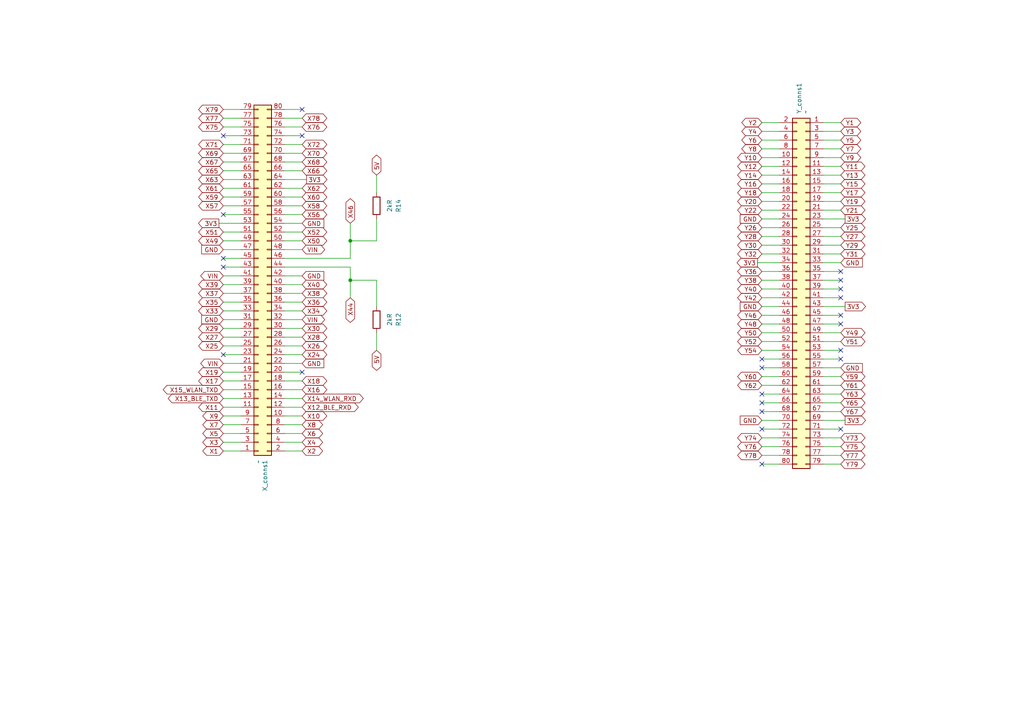
<source format=kicad_sch>
(kicad_sch (version 20231120) (generator "eeschema") (generator_version "8.0")
  (paper "A4")
  (lib_symbols
    (symbol "Connector_Generic:Conn_02x40_Odd_Even" (pin_names (offset 1.016) hide)
      (property "Reference" "J" (at 1.27 50.8 0))
      (property "Value" "Conn_02x40_Odd_Even" (at 1.27 -53.34 0))
      (symbol "Conn_02x40_Odd_Even_1_1"
        (rectangle (start -1.27 -50.673) (end 0 -50.927) (stroke (width 0.1524)))
        (rectangle (start -1.27 -48.133) (end 0 -48.387) (stroke (width 0.1524)))
        (rectangle (start -1.27 -45.593) (end 0 -45.847) (stroke (width 0.1524)))
        (rectangle (start -1.27 -43.053) (end 0 -43.307) (stroke (width 0.1524)))
        (rectangle (start -1.27 -40.513) (end 0 -40.767) (stroke (width 0.1524)))
        (rectangle (start -1.27 -37.973) (end 0 -38.227) (stroke (width 0.1524)))
        (rectangle (start -1.27 -35.433) (end 0 -35.687) (stroke (width 0.1524)))
        (rectangle (start -1.27 -32.893) (end 0 -33.147) (stroke (width 0.1524)))
        (rectangle (start -1.27 -30.353) (end 0 -30.607) (stroke (width 0.1524)))
        (rectangle (start -1.27 -27.813) (end 0 -28.067) (stroke (width 0.1524)))
        (rectangle (start -1.27 -25.273) (end 0 -25.527) (stroke (width 0.1524)))
        (rectangle (start -1.27 -22.733) (end 0 -22.987) (stroke (width 0.1524)))
        (rectangle (start -1.27 -20.193) (end 0 -20.447) (stroke (width 0.1524)))
        (rectangle (start -1.27 -17.653) (end 0 -17.907) (stroke (width 0.1524)))
        (rectangle (start -1.27 -15.113) (end 0 -15.367) (stroke (width 0.1524)))
        (rectangle (start -1.27 -12.573) (end 0 -12.827) (stroke (width 0.1524)))
        (rectangle (start -1.27 -10.033) (end 0 -10.287) (stroke (width 0.1524)))
        (rectangle (start -1.27 -7.493) (end 0 -7.747) (stroke (width 0.1524)))
        (rectangle (start -1.27 -4.953) (end 0 -5.207) (stroke (width 0.1524)))
        (rectangle (start -1.27 -2.413) (end 0 -2.667) (stroke (width 0.1524)))
        (rectangle (start -1.27 0.127) (end 0 -0.127) (stroke (width 0.1524)))
        (rectangle (start -1.27 2.667) (end 0 2.413) (stroke (width 0.1524)))
        (rectangle (start -1.27 5.207) (end 0 4.953) (stroke (width 0.1524)))
        (rectangle (start -1.27 7.747) (end 0 7.493) (stroke (width 0.1524)))
        (rectangle (start -1.27 10.287) (end 0 10.033) (stroke (width 0.1524)))
        (rectangle (start -1.27 12.827) (end 0 12.573) (stroke (width 0.1524)))
        (rectangle (start -1.27 15.367) (end 0 15.113) (stroke (width 0.1524)))
        (rectangle (start -1.27 17.907) (end 0 17.653) (stroke (width 0.1524)))
        (rectangle (start -1.27 20.447) (end 0 20.193) (stroke (width 0.1524)))
        (rectangle (start -1.27 22.987) (end 0 22.733) (stroke (width 0.1524)))
        (rectangle (start -1.27 25.527) (end 0 25.273) (stroke (width 0.1524)))
        (rectangle (start -1.27 28.067) (end 0 27.813) (stroke (width 0.1524)))
        (rectangle (start -1.27 30.607) (end 0 30.353) (stroke (width 0.1524)))
        (rectangle (start -1.27 33.147) (end 0 32.893) (stroke (width 0.1524)))
        (rectangle (start -1.27 35.687) (end 0 35.433) (stroke (width 0.1524)))
        (rectangle (start -1.27 38.227) (end 0 37.973) (stroke (width 0.1524)))
        (rectangle (start -1.27 40.767) (end 0 40.513) (stroke (width 0.1524)))
        (rectangle (start -1.27 43.307) (end 0 43.053) (stroke (width 0.1524)))
        (rectangle (start -1.27 45.847) (end 0 45.593) (stroke (width 0.1524)))
        (rectangle (start -1.27 48.387) (end 0 48.133) (stroke (width 0.1524)))
        (rectangle (start -1.27 49.53) (end 3.81 -52.07) (stroke (width 0.254)) (fill (type background)))
        (rectangle (start 3.81 -50.673) (end 2.54 -50.927) (stroke (width 0.1524)))
        (rectangle (start 3.81 -48.133) (end 2.54 -48.387) (stroke (width 0.1524)))
        (rectangle (start 3.81 -45.593) (end 2.54 -45.847) (stroke (width 0.1524)))
        (rectangle (start 3.81 -43.053) (end 2.54 -43.307) (stroke (width 0.1524)))
        (rectangle (start 3.81 -40.513) (end 2.54 -40.767) (stroke (width 0.1524)))
        (rectangle (start 3.81 -37.973) (end 2.54 -38.227) (stroke (width 0.1524)))
        (rectangle (start 3.81 -35.433) (end 2.54 -35.687) (stroke (width 0.1524)))
        (rectangle (start 3.81 -32.893) (end 2.54 -33.147) (stroke (width 0.1524)))
        (rectangle (start 3.81 -30.353) (end 2.54 -30.607) (stroke (width 0.1524)))
        (rectangle (start 3.81 -27.813) (end 2.54 -28.067) (stroke (width 0.1524)))
        (rectangle (start 3.81 -25.273) (end 2.54 -25.527) (stroke (width 0.1524)))
        (rectangle (start 3.81 -22.733) (end 2.54 -22.987) (stroke (width 0.1524)))
        (rectangle (start 3.81 -20.193) (end 2.54 -20.447) (stroke (width 0.1524)))
        (rectangle (start 3.81 -17.653) (end 2.54 -17.907) (stroke (width 0.1524)))
        (rectangle (start 3.81 -15.113) (end 2.54 -15.367) (stroke (width 0.1524)))
        (rectangle (start 3.81 -12.573) (end 2.54 -12.827) (stroke (width 0.1524)))
        (rectangle (start 3.81 -10.033) (end 2.54 -10.287) (stroke (width 0.1524)))
        (rectangle (start 3.81 -7.493) (end 2.54 -7.747) (stroke (width 0.1524)))
        (rectangle (start 3.81 -4.953) (end 2.54 -5.207) (stroke (width 0.1524)))
        (rectangle (start 3.81 -2.413) (end 2.54 -2.667) (stroke (width 0.1524)))
        (rectangle (start 3.81 0.127) (end 2.54 -0.127) (stroke (width 0.1524)))
        (rectangle (start 3.81 2.667) (end 2.54 2.413) (stroke (width 0.1524)))
        (rectangle (start 3.81 5.207) (end 2.54 4.953) (stroke (width 0.1524)))
        (rectangle (start 3.81 7.747) (end 2.54 7.493) (stroke (width 0.1524)))
        (rectangle (start 3.81 10.287) (end 2.54 10.033) (stroke (width 0.1524)))
        (rectangle (start 3.81 12.827) (end 2.54 12.573) (stroke (width 0.1524)))
        (rectangle (start 3.81 15.367) (end 2.54 15.113) (stroke (width 0.1524)))
        (rectangle (start 3.81 17.907) (end 2.54 17.653) (stroke (width 0.1524)))
        (rectangle (start 3.81 20.447) (end 2.54 20.193) (stroke (width 0.1524)))
        (rectangle (start 3.81 22.987) (end 2.54 22.733) (stroke (width 0.1524)))
        (rectangle (start 3.81 25.527) (end 2.54 25.273) (stroke (width 0.1524)))
        (rectangle (start 3.81 28.067) (end 2.54 27.813) (stroke (width 0.1524)))
        (rectangle (start 3.81 30.607) (end 2.54 30.353) (stroke (width 0.1524)))
        (rectangle (start 3.81 33.147) (end 2.54 32.893) (stroke (width 0.1524)))
        (rectangle (start 3.81 35.687) (end 2.54 35.433) (stroke (width 0.1524)))
        (rectangle (start 3.81 38.227) (end 2.54 37.973) (stroke (width 0.1524)))
        (rectangle (start 3.81 40.767) (end 2.54 40.513) (stroke (width 0.1524)))
        (rectangle (start 3.81 43.307) (end 2.54 43.053) (stroke (width 0.1524)))
        (rectangle (start 3.81 45.847) (end 2.54 45.593) (stroke (width 0.1524)))
        (rectangle (start 3.81 48.387) (end 2.54 48.133) (stroke (width 0.1524)))
        (pin passive line (at -5.08 48.26 0) (length 3.81) (name "Pin_1") (number "1"))
        (pin passive line (at 7.62 38.1 180) (length 3.81) (name "Pin_10") (number "10"))
        (pin passive line (at -5.08 35.56 0) (length 3.81) (name "Pin_11") (number "11"))
        (pin passive line (at 7.62 35.56 180) (length 3.81) (name "Pin_12") (number "12"))
        (pin passive line (at -5.08 33.02 0) (length 3.81) (name "Pin_13") (number "13"))
        (pin passive line (at 7.62 33.02 180) (length 3.81) (name "Pin_14") (number "14"))
        (pin passive line (at -5.08 30.48 0) (length 3.81) (name "Pin_15") (number "15"))
        (pin passive line (at 7.62 30.48 180) (length 3.81) (name "Pin_16") (number "16"))
        (pin passive line (at -5.08 27.94 0) (length 3.81) (name "Pin_17") (number "17"))
        (pin passive line (at 7.62 27.94 180) (length 3.81) (name "Pin_18") (number "18"))
        (pin passive line (at -5.08 25.4 0) (length 3.81) (name "Pin_19") (number "19"))
        (pin passive line (at 7.62 48.26 180) (length 3.81) (name "Pin_2") (number "2"))
        (pin passive line (at 7.62 25.4 180) (length 3.81) (name "Pin_20") (number "20"))
        (pin passive line (at -5.08 22.86 0) (length 3.81) (name "Pin_21") (number "21"))
        (pin passive line (at 7.62 22.86 180) (length 3.81) (name "Pin_22") (number "22"))
        (pin passive line (at -5.08 20.32 0) (length 3.81) (name "Pin_23") (number "23"))
        (pin passive line (at 7.62 20.32 180) (length 3.81) (name "Pin_24") (number "24"))
        (pin passive line (at -5.08 17.78 0) (length 3.81) (name "Pin_25") (number "25"))
        (pin passive line (at 7.62 17.78 180) (length 3.81) (name "Pin_26") (number "26"))
        (pin passive line (at -5.08 15.24 0) (length 3.81) (name "Pin_27") (number "27"))
        (pin passive line (at 7.62 15.24 180) (length 3.81) (name "Pin_28") (number "28"))
        (pin passive line (at -5.08 12.7 0) (length 3.81) (name "Pin_29") (number "29"))
        (pin passive line (at -5.08 45.72 0) (length 3.81) (name "Pin_3") (number "3"))
        (pin passive line (at 7.62 12.7 180) (length 3.81) (name "Pin_30") (number "30"))
        (pin passive line (at -5.08 10.16 0) (length 3.81) (name "Pin_31") (number "31"))
        (pin passive line (at 7.62 10.16 180) (length 3.81) (name "Pin_32") (number "32"))
        (pin passive line (at -5.08 7.62 0) (length 3.81) (name "Pin_33") (number "33"))
        (pin passive line (at 7.62 7.62 180) (length 3.81) (name "Pin_34") (number "34"))
        (pin passive line (at -5.08 5.08 0) (length 3.81) (name "Pin_35") (number "35"))
        (pin passive line (at 7.62 5.08 180) (length 3.81) (name "Pin_36") (number "36"))
        (pin passive line (at -5.08 2.54 0) (length 3.81) (name "Pin_37") (number "37"))
        (pin passive line (at 7.62 2.54 180) (length 3.81) (name "Pin_38") (number "38"))
        (pin passive line (at -5.08 0 0) (length 3.81) (name "Pin_39") (number "39"))
        (pin passive line (at 7.62 45.72 180) (length 3.81) (name "Pin_4") (number "4"))
        (pin passive line (at 7.62 0 180) (length 3.81) (name "Pin_40") (number "40"))
        (pin passive line (at -5.08 -2.54 0) (length 3.81) (name "Pin_41") (number "41"))
        (pin passive line (at 7.62 -2.54 180) (length 3.81) (name "Pin_42") (number "42"))
        (pin passive line (at -5.08 -5.08 0) (length 3.81) (name "Pin_43") (number "43"))
        (pin passive line (at 7.62 -5.08 180) (length 3.81) (name "Pin_44") (number "44"))
        (pin passive line (at -5.08 -7.62 0) (length 3.81) (name "Pin_45") (number "45"))
        (pin passive line (at 7.62 -7.62 180) (length 3.81) (name "Pin_46") (number "46"))
        (pin passive line (at -5.08 -10.16 0) (length 3.81) (name "Pin_47") (number "47"))
        (pin passive line (at 7.62 -10.16 180) (length 3.81) (name "Pin_48") (number "48"))
        (pin passive line (at -5.08 -12.7 0) (length 3.81) (name "Pin_49") (number "49"))
        (pin passive line (at -5.08 43.18 0) (length 3.81) (name "Pin_5") (number "5"))
        (pin passive line (at 7.62 -12.7 180) (length 3.81) (name "Pin_50") (number "50"))
        (pin passive line (at -5.08 -15.24 0) (length 3.81) (name "Pin_51") (number "51"))
        (pin passive line (at 7.62 -15.24 180) (length 3.81) (name "Pin_52") (number "52"))
        (pin passive line (at -5.08 -17.78 0) (length 3.81) (name "Pin_53") (number "53"))
        (pin passive line (at 7.62 -17.78 180) (length 3.81) (name "Pin_54") (number "54"))
        (pin passive line (at -5.08 -20.32 0) (length 3.81) (name "Pin_55") (number "55"))
        (pin passive line (at 7.62 -20.32 180) (length 3.81) (name "Pin_56") (number "56"))
        (pin passive line (at -5.08 -22.86 0) (length 3.81) (name "Pin_57") (number "57"))
        (pin passive line (at 7.62 -22.86 180) (length 3.81) (name "Pin_58") (number "58"))
        (pin passive line (at -5.08 -25.4 0) (length 3.81) (name "Pin_59") (number "59"))
        (pin passive line (at 7.62 43.18 180) (length 3.81) (name "Pin_6") (number "6"))
        (pin passive line (at 7.62 -25.4 180) (length 3.81) (name "Pin_60") (number "60"))
        (pin passive line (at -5.08 -27.94 0) (length 3.81) (name "Pin_61") (number "61"))
        (pin passive line (at 7.62 -27.94 180) (length 3.81) (name "Pin_62") (number "62"))
        (pin passive line (at -5.08 -30.48 0) (length 3.81) (name "Pin_63") (number "63"))
        (pin passive line (at 7.62 -30.48 180) (length 3.81) (name "Pin_64") (number "64"))
        (pin passive line (at -5.08 -33.02 0) (length 3.81) (name "Pin_65") (number "65"))
        (pin passive line (at 7.62 -33.02 180) (length 3.81) (name "Pin_66") (number "66"))
        (pin passive line (at -5.08 -35.56 0) (length 3.81) (name "Pin_67") (number "67"))
        (pin passive line (at 7.62 -35.56 180) (length 3.81) (name "Pin_68") (number "68"))
        (pin passive line (at -5.08 -38.1 0) (length 3.81) (name "Pin_69") (number "69"))
        (pin passive line (at -5.08 40.64 0) (length 3.81) (name "Pin_7") (number "7"))
        (pin passive line (at 7.62 -38.1 180) (length 3.81) (name "Pin_70") (number "70"))
        (pin passive line (at -5.08 -40.64 0) (length 3.81) (name "Pin_71") (number "71"))
        (pin passive line (at 7.62 -40.64 180) (length 3.81) (name "Pin_72") (number "72"))
        (pin passive line (at -5.08 -43.18 0) (length 3.81) (name "Pin_73") (number "73"))
        (pin passive line (at 7.62 -43.18 180) (length 3.81) (name "Pin_74") (number "74"))
        (pin passive line (at -5.08 -45.72 0) (length 3.81) (name "Pin_75") (number "75"))
        (pin passive line (at 7.62 -45.72 180) (length 3.81) (name "Pin_76") (number "76"))
        (pin passive line (at -5.08 -48.26 0) (length 3.81) (name "Pin_77") (number "77"))
        (pin passive line (at 7.62 -48.26 180) (length 3.81) (name "Pin_78") (number "78"))
        (pin passive line (at -5.08 -50.8 0) (length 3.81) (name "Pin_79") (number "79"))
        (pin passive line (at 7.62 40.64 180) (length 3.81) (name "Pin_8") (number "8"))
        (pin passive line (at 7.62 -50.8 180) (length 3.81) (name "Pin_80") (number "80"))
        (pin passive line (at -5.08 38.1 0) (length 3.81) (name "Pin_9") (number "9"))
      )
    )
    (symbol "Device:R" (pin_numbers hide) (pin_names (offset 0))
      (property "Reference" "R" (at 2.032 0 90))
      (property "Value" "R" (at 0 0 90))
      (symbol "R_0_1"
        (rectangle (start -1.016 -2.54) (end 1.016 2.54) (stroke (width 0.254)))
      )
      (symbol "R_1_1"
        (pin passive line (at 0 3.81 270) (length 1.27) (name "~") (number "1"))
        (pin passive line (at 0 -3.81 90) (length 1.27) (name "~") (number "2"))
      )
    )
  )
  (junction (at 101.6 81.28))
  (junction (at 101.6 69.85))
  (no_connect (at 243.84 81.28))
  (no_connect (at 243.84 124.46))
  (no_connect (at 87.63 31.75))
  (no_connect (at 64.77 62.23))
  (no_connect (at 243.84 104.14))
  (no_connect (at 243.84 93.98))
  (no_connect (at 220.98 104.14))
  (no_connect (at 243.84 78.74))
  (no_connect (at 220.98 124.46))
  (no_connect (at 87.63 39.37))
  (no_connect (at 220.98 134.62))
  (no_connect (at 220.98 106.68))
  (no_connect (at 220.98 114.3))
  (no_connect (at 64.77 102.87))
  (no_connect (at 87.63 107.95))
  (no_connect (at 243.84 101.6))
  (no_connect (at 64.77 39.37))
  (no_connect (at 243.84 83.82))
  (no_connect (at 243.84 86.36))
  (no_connect (at 243.84 91.44))
  (no_connect (at 220.98 119.38))
  (no_connect (at 220.98 116.84))
  (no_connect (at 64.77 77.47))
  (no_connect (at 64.77 74.93))
  (wire (pts (xy 87.63 36.83) (xy 82.55 36.83)))
  (wire (pts (xy 82.55 64.77) (xy 87.63 64.77)))
  (wire (pts (xy 87.63 100.33) (xy 82.55 100.33)))
  (wire (pts (xy 220.98 116.84) (xy 226.06 116.84)))
  (wire (pts (xy 69.85 110.49) (xy 64.77 110.49)))
  (wire (pts (xy 238.76 124.46) (xy 243.84 124.46)))
  (wire (pts (xy 220.98 99.06) (xy 226.06 99.06)))
  (wire (pts (xy 220.98 71.12) (xy 226.06 71.12)))
  (wire (pts (xy 69.85 118.11) (xy 64.77 118.11)))
  (wire (pts (xy 109.22 88.9) (xy 109.22 81.28)))
  (wire (pts (xy 101.6 81.28) (xy 101.6 77.47)))
  (wire (pts (xy 87.63 130.81) (xy 82.55 130.81)))
  (wire (pts (xy 238.76 119.38) (xy 243.84 119.38)))
  (wire (pts (xy 87.63 46.99) (xy 82.55 46.99)))
  (wire (pts (xy 69.85 31.75) (xy 64.77 31.75)))
  (wire (pts (xy 220.98 134.62) (xy 226.06 134.62)))
  (wire (pts (xy 87.63 54.61) (xy 82.55 54.61)))
  (wire (pts (xy 69.85 130.81) (xy 64.77 130.81)))
  (wire (pts (xy 238.76 81.28) (xy 243.84 81.28)))
  (wire (pts (xy 238.76 58.42) (xy 243.84 58.42)))
  (wire (pts (xy 220.98 119.38) (xy 226.06 119.38)))
  (wire (pts (xy 238.76 101.6) (xy 243.84 101.6)))
  (wire (pts (xy 69.85 115.57) (xy 64.77 115.57)))
  (wire (pts (xy 69.85 74.93) (xy 64.77 74.93)))
  (wire (pts (xy 69.85 120.65) (xy 64.77 120.65)))
  (wire (pts (xy 220.98 127) (xy 226.06 127)))
  (wire (pts (xy 63.5 64.77) (xy 69.85 64.77)))
  (wire (pts (xy 219.71 76.2) (xy 226.06 76.2)))
  (wire (pts (xy 220.98 45.72) (xy 226.06 45.72)))
  (wire (pts (xy 220.98 93.98) (xy 226.06 93.98)))
  (wire (pts (xy 220.98 132.08) (xy 226.06 132.08)))
  (wire (pts (xy 69.85 125.73) (xy 64.77 125.73)))
  (wire (pts (xy 238.76 93.98) (xy 243.84 93.98)))
  (wire (pts (xy 69.85 52.07) (xy 64.77 52.07)))
  (wire (pts (xy 238.76 78.74) (xy 243.84 78.74)))
  (wire (pts (xy 220.98 55.88) (xy 226.06 55.88)))
  (wire (pts (xy 87.63 118.11) (xy 82.55 118.11)))
  (wire (pts (xy 87.63 125.73) (xy 82.55 125.73)))
  (wire (pts (xy 220.98 86.36) (xy 226.06 86.36)))
  (wire (pts (xy 220.98 35.56) (xy 226.06 35.56)))
  (wire (pts (xy 238.76 132.08) (xy 243.84 132.08)))
  (wire (pts (xy 87.63 87.63) (xy 82.55 87.63)))
  (wire (pts (xy 238.76 60.96) (xy 243.84 60.96)))
  (wire (pts (xy 238.76 127) (xy 243.84 127)))
  (wire (pts (xy 238.76 121.92) (xy 245.11 121.92)))
  (wire (pts (xy 220.98 81.28) (xy 226.06 81.28)))
  (wire (pts (xy 69.85 90.17) (xy 64.77 90.17)))
  (wire (pts (xy 220.98 96.52) (xy 226.06 96.52)))
  (wire (pts (xy 87.63 34.29) (xy 82.55 34.29)))
  (wire (pts (xy 87.63 57.15) (xy 82.55 57.15)))
  (wire (pts (xy 87.63 115.57) (xy 82.55 115.57)))
  (wire (pts (xy 238.76 45.72) (xy 243.84 45.72)))
  (wire (pts (xy 238.76 38.1) (xy 243.84 38.1)))
  (wire (pts (xy 238.76 76.2) (xy 243.84 76.2)))
  (wire (pts (xy 87.63 41.91) (xy 82.55 41.91)))
  (wire (pts (xy 238.76 48.26) (xy 243.84 48.26)))
  (wire (pts (xy 69.85 123.19) (xy 64.77 123.19)))
  (wire (pts (xy 87.63 105.41) (xy 82.55 105.41)))
  (wire (pts (xy 220.98 43.18) (xy 226.06 43.18)))
  (wire (pts (xy 69.85 92.71) (xy 64.77 92.71)))
  (wire (pts (xy 69.85 105.41) (xy 64.77 105.41)))
  (wire (pts (xy 69.85 62.23) (xy 64.77 62.23)))
  (wire (pts (xy 87.63 128.27) (xy 82.55 128.27)))
  (wire (pts (xy 69.85 46.99) (xy 64.77 46.99)))
  (wire (pts (xy 238.76 53.34) (xy 243.84 53.34)))
  (wire (pts (xy 87.63 95.25) (xy 82.55 95.25)))
  (wire (pts (xy 220.98 73.66) (xy 226.06 73.66)))
  (wire (pts (xy 87.63 39.37) (xy 82.55 39.37)))
  (wire (pts (xy 87.63 82.55) (xy 82.55 82.55)))
  (wire (pts (xy 87.63 62.23) (xy 82.55 62.23)))
  (wire (pts (xy 69.85 36.83) (xy 64.77 36.83)))
  (wire (pts (xy 69.85 102.87) (xy 64.77 102.87)))
  (wire (pts (xy 101.6 77.47) (xy 82.55 77.47)))
  (wire (pts (xy 87.63 113.03) (xy 82.55 113.03)))
  (wire (pts (xy 82.55 52.07) (xy 88.9 52.07)))
  (wire (pts (xy 238.76 40.64) (xy 243.84 40.64)))
  (wire (pts (xy 220.98 104.14) (xy 226.06 104.14)))
  (wire (pts (xy 87.63 90.17) (xy 82.55 90.17)))
  (wire (pts (xy 238.76 43.18) (xy 243.84 43.18)))
  (wire (pts (xy 69.85 72.39) (xy 64.77 72.39)))
  (wire (pts (xy 87.63 69.85) (xy 82.55 69.85)))
  (wire (pts (xy 87.63 107.95) (xy 82.55 107.95)))
  (wire (pts (xy 238.76 96.52) (xy 243.84 96.52)))
  (wire (pts (xy 220.98 114.3) (xy 226.06 114.3)))
  (wire (pts (xy 101.6 64.77) (xy 101.6 69.85)))
  (wire (pts (xy 220.98 106.68) (xy 226.06 106.68)))
  (wire (pts (xy 87.63 31.75) (xy 82.55 31.75)))
  (wire (pts (xy 87.63 102.87) (xy 82.55 102.87)))
  (wire (pts (xy 220.98 83.82) (xy 226.06 83.82)))
  (wire (pts (xy 238.76 116.84) (xy 243.84 116.84)))
  (wire (pts (xy 69.85 82.55) (xy 64.77 82.55)))
  (wire (pts (xy 69.85 67.31) (xy 64.77 67.31)))
  (wire (pts (xy 101.6 74.93) (xy 82.55 74.93)))
  (wire (pts (xy 109.22 50.8) (xy 109.22 55.88)))
  (wire (pts (xy 87.63 85.09) (xy 82.55 85.09)))
  (wire (pts (xy 238.76 106.68) (xy 243.84 106.68)))
  (wire (pts (xy 69.85 77.47) (xy 64.77 77.47)))
  (wire (pts (xy 220.98 38.1) (xy 226.06 38.1)))
  (wire (pts (xy 109.22 81.28) (xy 101.6 81.28)))
  (wire (pts (xy 87.63 44.45) (xy 82.55 44.45)))
  (wire (pts (xy 69.85 87.63) (xy 64.77 87.63)))
  (wire (pts (xy 238.76 111.76) (xy 243.84 111.76)))
  (wire (pts (xy 238.76 88.9) (xy 245.11 88.9)))
  (wire (pts (xy 69.85 85.09) (xy 64.77 85.09)))
  (wire (pts (xy 238.76 50.8) (xy 243.84 50.8)))
  (wire (pts (xy 69.85 128.27) (xy 64.77 128.27)))
  (wire (pts (xy 87.63 123.19) (xy 82.55 123.19)))
  (wire (pts (xy 220.98 66.04) (xy 226.06 66.04)))
  (wire (pts (xy 220.98 101.6) (xy 226.06 101.6)))
  (wire (pts (xy 220.98 129.54) (xy 226.06 129.54)))
  (wire (pts (xy 220.98 58.42) (xy 226.06 58.42)))
  (wire (pts (xy 220.98 88.9) (xy 226.06 88.9)))
  (wire (pts (xy 87.63 92.71) (xy 82.55 92.71)))
  (wire (pts (xy 69.85 49.53) (xy 64.77 49.53)))
  (wire (pts (xy 69.85 41.91) (xy 64.77 41.91)))
  (wire (pts (xy 69.85 95.25) (xy 64.77 95.25)))
  (wire (pts (xy 238.76 35.56) (xy 243.84 35.56)))
  (wire (pts (xy 69.85 34.29) (xy 64.77 34.29)))
  (wire (pts (xy 238.76 109.22) (xy 243.84 109.22)))
  (wire (pts (xy 238.76 71.12) (xy 243.84 71.12)))
  (wire (pts (xy 87.63 120.65) (xy 82.55 120.65)))
  (wire (pts (xy 220.98 63.5) (xy 226.06 63.5)))
  (wire (pts (xy 238.76 66.04) (xy 243.84 66.04)))
  (wire (pts (xy 220.98 124.46) (xy 226.06 124.46)))
  (wire (pts (xy 238.76 86.36) (xy 243.84 86.36)))
  (wire (pts (xy 69.85 39.37) (xy 64.77 39.37)))
  (wire (pts (xy 238.76 83.82) (xy 243.84 83.82)))
  (wire (pts (xy 238.76 91.44) (xy 243.84 91.44)))
  (wire (pts (xy 109.22 63.5) (xy 109.22 69.85)))
  (wire (pts (xy 220.98 53.34) (xy 226.06 53.34)))
  (wire (pts (xy 238.76 114.3) (xy 243.84 114.3)))
  (wire (pts (xy 238.76 55.88) (xy 243.84 55.88)))
  (wire (pts (xy 87.63 59.69) (xy 82.55 59.69)))
  (wire (pts (xy 69.85 57.15) (xy 64.77 57.15)))
  (wire (pts (xy 238.76 134.62) (xy 243.84 134.62)))
  (wire (pts (xy 69.85 54.61) (xy 64.77 54.61)))
  (wire (pts (xy 109.22 69.85) (xy 101.6 69.85)))
  (wire (pts (xy 220.98 40.64) (xy 226.06 40.64)))
  (wire (pts (xy 69.85 97.79) (xy 64.77 97.79)))
  (wire (pts (xy 69.85 44.45) (xy 64.77 44.45)))
  (wire (pts (xy 109.22 101.6) (xy 109.22 96.52)))
  (wire (pts (xy 87.63 67.31) (xy 82.55 67.31)))
  (wire (pts (xy 220.98 78.74) (xy 226.06 78.74)))
  (wire (pts (xy 69.85 59.69) (xy 64.77 59.69)))
  (wire (pts (xy 220.98 121.92) (xy 226.06 121.92)))
  (wire (pts (xy 220.98 109.22) (xy 226.06 109.22)))
  (wire (pts (xy 69.85 113.03) (xy 64.77 113.03)))
  (wire (pts (xy 87.63 49.53) (xy 82.55 49.53)))
  (wire (pts (xy 238.76 73.66) (xy 243.84 73.66)))
  (wire (pts (xy 238.76 68.58) (xy 243.84 68.58)))
  (wire (pts (xy 220.98 111.76) (xy 226.06 111.76)))
  (wire (pts (xy 220.98 60.96) (xy 226.06 60.96)))
  (wire (pts (xy 69.85 107.95) (xy 64.77 107.95)))
  (wire (pts (xy 69.85 100.33) (xy 64.77 100.33)))
  (wire (pts (xy 87.63 72.39) (xy 82.55 72.39)))
  (wire (pts (xy 220.98 48.26) (xy 226.06 48.26)))
  (wire (pts (xy 220.98 50.8) (xy 226.06 50.8)))
  (wire (pts (xy 238.76 63.5) (xy 245.11 63.5)))
  (wire (pts (xy 220.98 91.44) (xy 226.06 91.44)))
  (wire (pts (xy 220.98 68.58) (xy 226.06 68.58)))
  (wire (pts (xy 87.63 110.49) (xy 82.55 110.49)))
  (wire (pts (xy 87.63 80.01) (xy 82.55 80.01)))
  (wire (pts (xy 69.85 80.01) (xy 64.77 80.01)))
  (wire (pts (xy 238.76 99.06) (xy 243.84 99.06)))
  (wire (pts (xy 101.6 69.85) (xy 101.6 74.93)))
  (wire (pts (xy 101.6 86.36) (xy 101.6 81.28)))
  (wire (pts (xy 238.76 104.14) (xy 243.84 104.14)))
  (wire (pts (xy 69.85 69.85) (xy 64.77 69.85)))
  (wire (pts (xy 87.63 97.79) (xy 82.55 97.79)))
  (wire (pts (xy 238.76 129.54) (xy 243.84 129.54)))
  (global_label "X63" (shape bidirectional) (at 64.77 52.07 180) (property "Intersheetrefs" "${INTERSHEET_REFS}" (effects (hide yes))))
  (global_label "Y77" (shape bidirectional) (at 243.84 132.08 0) (property "Intersheetrefs" "${INTERSHEET_REFS}" (effects (hide yes))))
  (global_label "Y27" (shape bidirectional) (at 243.84 68.58 0) (property "Intersheetrefs" "${INTERSHEET_REFS}" (effects (hide yes))))
  (global_label "VIN" (shape bidirectional) (at 64.77 105.41 180) (property "Intersheetrefs" "${INTERSHEET_REFS}" (effects (hide yes))))
  (global_label "Y38" (shape bidirectional) (at 220.98 81.28 180) (property "Intersheetrefs" "${INTERSHEET_REFS}" (effects (hide yes))))
  (global_label "X50" (shape bidirectional) (at 87.63 69.85 0) (property "Intersheetrefs" "${INTERSHEET_REFS}" (effects (hide yes))))
  (global_label "X35" (shape bidirectional) (at 64.77 87.63 180) (property "Intersheetrefs" "${INTERSHEET_REFS}" (effects (hide yes))))
  (global_label "5V" (shape bidirectional) (at 109.22 101.6 270) (property "Intersheetrefs" "${INTERSHEET_REFS}" (effects (hide yes))))
  (global_label "GND" (shape input) (at 243.84 76.2 0) (property "Intersheetrefs" "${INTERSHEET_REFS}" (effects (hide yes))))
  (global_label "X1" (shape bidirectional) (at 64.77 130.81 180) (property "Intersheetrefs" "${INTERSHEET_REFS}" (effects (hide yes))))
  (global_label "Y76" (shape bidirectional) (at 220.98 129.54 180) (property "Intersheetrefs" "${INTERSHEET_REFS}" (effects (hide yes))))
  (global_label "X29" (shape bidirectional) (at 64.77 95.25 180) (property "Intersheetrefs" "${INTERSHEET_REFS}" (effects (hide yes))))
  (global_label "GND" (shape input) (at 220.98 63.5 180) (property "Intersheetrefs" "${INTERSHEET_REFS}" (effects (hide yes))))
  (global_label "X19" (shape bidirectional) (at 64.77 107.95 180) (property "Intersheetrefs" "${INTERSHEET_REFS}" (effects (hide yes))))
  (global_label "Y52" (shape bidirectional) (at 220.98 99.06 180) (property "Intersheetrefs" "${INTERSHEET_REFS}" (effects (hide yes))))
  (global_label "X68" (shape bidirectional) (at 87.63 46.99 0) (property "Intersheetrefs" "${INTERSHEET_REFS}" (effects (hide yes))))
  (global_label "X52" (shape bidirectional) (at 87.63 67.31 0) (property "Intersheetrefs" "${INTERSHEET_REFS}" (effects (hide yes))))
  (global_label "GND" (shape input) (at 87.63 80.01 0) (property "Intersheetrefs" "${INTERSHEET_REFS}" (effects (hide yes))))
  (global_label "Y60" (shape bidirectional) (at 220.98 109.22 180) (property "Intersheetrefs" "${INTERSHEET_REFS}" (effects (hide yes))))
  (global_label "3V3" (shape output) (at 219.71 76.2 180) (property "Intersheetrefs" "${INTERSHEET_REFS}" (effects (hide yes))))
  (global_label "X65" (shape bidirectional) (at 64.77 49.53 180) (property "Intersheetrefs" "${INTERSHEET_REFS}" (effects (hide yes))))
  (global_label "Y4" (shape bidirectional) (at 220.98 38.1 180) (property "Intersheetrefs" "${INTERSHEET_REFS}" (effects (hide yes))))
  (global_label "X78" (shape bidirectional) (at 87.63 34.29 0) (property "Intersheetrefs" "${INTERSHEET_REFS}" (effects (hide yes))))
  (global_label "Y19" (shape bidirectional) (at 243.84 58.42 0) (property "Intersheetrefs" "${INTERSHEET_REFS}" (effects (hide yes))))
  (global_label "Y7" (shape bidirectional) (at 243.84 43.18 0) (property "Intersheetrefs" "${INTERSHEET_REFS}" (effects (hide yes))))
  (global_label "Y3" (shape bidirectional) (at 243.84 38.1 0) (property "Intersheetrefs" "${INTERSHEET_REFS}" (effects (hide yes))))
  (global_label "VIN" (shape bidirectional) (at 64.77 80.01 180) (property "Intersheetrefs" "${INTERSHEET_REFS}" (effects (hide yes))))
  (global_label "X70" (shape bidirectional) (at 87.63 44.45 0) (property "Intersheetrefs" "${INTERSHEET_REFS}" (effects (hide yes))))
  (global_label "X36" (shape bidirectional) (at 87.63 87.63 0) (property "Intersheetrefs" "${INTERSHEET_REFS}" (effects (hide yes))))
  (global_label "5V" (shape bidirectional) (at 109.22 50.8 90) (property "Intersheetrefs" "${INTERSHEET_REFS}" (effects (hide yes))))
  (global_label "Y22" (shape bidirectional) (at 220.98 60.96 180) (property "Intersheetrefs" "${INTERSHEET_REFS}" (effects (hide yes))))
  (global_label "X57" (shape bidirectional) (at 64.77 59.69 180) (property "Intersheetrefs" "${INTERSHEET_REFS}" (effects (hide yes))))
  (global_label "X8" (shape bidirectional) (at 87.63 123.19 0) (property "Intersheetrefs" "${INTERSHEET_REFS}" (effects (hide yes))))
  (global_label "Y13" (shape bidirectional) (at 243.84 50.8 0) (property "Intersheetrefs" "${INTERSHEET_REFS}" (effects (hide yes))))
  (global_label "Y63" (shape bidirectional) (at 243.84 114.3 0) (property "Intersheetrefs" "${INTERSHEET_REFS}" (effects (hide yes))))
  (global_label "Y49" (shape bidirectional) (at 243.84 96.52 0) (property "Intersheetrefs" "${INTERSHEET_REFS}" (effects (hide yes))))
  (global_label "Y20" (shape bidirectional) (at 220.98 58.42 180) (property "Intersheetrefs" "${INTERSHEET_REFS}" (effects (hide yes))))
  (global_label "X6" (shape bidirectional) (at 87.63 125.73 0) (property "Intersheetrefs" "${INTERSHEET_REFS}" (effects (hide yes))))
  (global_label "Y78" (shape bidirectional) (at 220.98 132.08 180) (property "Intersheetrefs" "${INTERSHEET_REFS}" (effects (hide yes))))
  (global_label "X4" (shape bidirectional) (at 87.63 128.27 0) (property "Intersheetrefs" "${INTERSHEET_REFS}" (effects (hide yes))))
  (global_label "X17" (shape bidirectional) (at 64.77 110.49 180) (property "Intersheetrefs" "${INTERSHEET_REFS}" (effects (hide yes))))
  (global_label "Y40" (shape bidirectional) (at 220.98 83.82 180) (property "Intersheetrefs" "${INTERSHEET_REFS}" (effects (hide yes))))
  (global_label "X72" (shape bidirectional) (at 87.63 41.91 0) (property "Intersheetrefs" "${INTERSHEET_REFS}" (effects (hide yes))))
  (global_label "X34" (shape bidirectional) (at 87.63 90.17 0) (property "Intersheetrefs" "${INTERSHEET_REFS}" (effects (hide yes))))
  (global_label "X3" (shape bidirectional) (at 64.77 128.27 180) (property "Intersheetrefs" "${INTERSHEET_REFS}" (effects (hide yes))))
  (global_label "X24" (shape bidirectional) (at 87.63 102.87 0) (property "Intersheetrefs" "${INTERSHEET_REFS}" (effects (hide yes))))
  (global_label "X46" (shape bidirectional) (at 101.6 64.77 90) (property "Intersheetrefs" "${INTERSHEET_REFS}" (effects (hide yes))))
  (global_label "X25" (shape bidirectional) (at 64.77 100.33 180) (property "Intersheetrefs" "${INTERSHEET_REFS}" (effects (hide yes))))
  (global_label "X51" (shape bidirectional) (at 64.77 67.31 180) (property "Intersheetrefs" "${INTERSHEET_REFS}" (effects (hide yes))))
  (global_label "X27" (shape bidirectional) (at 64.77 97.79 180) (property "Intersheetrefs" "${INTERSHEET_REFS}" (effects (hide yes))))
  (global_label "Y48" (shape bidirectional) (at 220.98 93.98 180) (property "Intersheetrefs" "${INTERSHEET_REFS}" (effects (hide yes))))
  (global_label "X28" (shape bidirectional) (at 87.63 97.79 0) (property "Intersheetrefs" "${INTERSHEET_REFS}" (effects (hide yes))))
  (global_label "X30" (shape bidirectional) (at 87.63 95.25 0) (property "Intersheetrefs" "${INTERSHEET_REFS}" (effects (hide yes))))
  (global_label "Y46" (shape bidirectional) (at 220.98 91.44 180) (property "Intersheetrefs" "${INTERSHEET_REFS}" (effects (hide yes))))
  (global_label "Y9" (shape bidirectional) (at 243.84 45.72 0) (property "Intersheetrefs" "${INTERSHEET_REFS}" (effects (hide yes))))
  (global_label "X61" (shape bidirectional) (at 64.77 54.61 180) (property "Intersheetrefs" "${INTERSHEET_REFS}" (effects (hide yes))))
  (global_label "GND" (shape input) (at 87.63 64.77 0) (property "Intersheetrefs" "${INTERSHEET_REFS}" (effects (hide yes))))
  (global_label "X77" (shape bidirectional) (at 64.77 34.29 180) (property "Intersheetrefs" "${INTERSHEET_REFS}" (effects (hide yes))))
  (global_label "Y50" (shape bidirectional) (at 220.98 96.52 180) (property "Intersheetrefs" "${INTERSHEET_REFS}" (effects (hide yes))))
  (global_label "GND" (shape input) (at 64.77 72.39 180) (property "Intersheetrefs" "${INTERSHEET_REFS}" (effects (hide yes))))
  (global_label "X58" (shape bidirectional) (at 87.63 59.69 0) (property "Intersheetrefs" "${INTERSHEET_REFS}" (effects (hide yes))))
  (global_label "X13_BLE_TXD" (shape bidirectional) (at 64.77 115.57 180) (property "Intersheetrefs" "${INTERSHEET_REFS}" (effects (hide yes))))
  (global_label "GND" (shape input) (at 220.98 121.92 180) (property "Intersheetrefs" "${INTERSHEET_REFS}" (effects (hide yes))))
  (global_label "Y6" (shape bidirectional) (at 220.98 40.64 180) (property "Intersheetrefs" "${INTERSHEET_REFS}" (effects (hide yes))))
  (global_label "X71" (shape bidirectional) (at 64.77 41.91 180) (property "Intersheetrefs" "${INTERSHEET_REFS}" (effects (hide yes))))
  (global_label "X18" (shape bidirectional) (at 87.63 110.49 0) (property "Intersheetrefs" "${INTERSHEET_REFS}" (effects (hide yes))))
  (global_label "Y21" (shape bidirectional) (at 243.84 60.96 0) (property "Intersheetrefs" "${INTERSHEET_REFS}" (effects (hide yes))))
  (global_label "X39" (shape bidirectional) (at 64.77 82.55 180) (property "Intersheetrefs" "${INTERSHEET_REFS}" (effects (hide yes))))
  (global_label "X14_WLAN_RXD" (shape bidirectional) (at 87.63 115.57 0) (property "Intersheetrefs" "${INTERSHEET_REFS}" (effects (hide yes))))
  (global_label "X49" (shape bidirectional) (at 64.77 69.85 180) (property "Intersheetrefs" "${INTERSHEET_REFS}" (effects (hide yes))))
  (global_label "3V3" (shape output) (at 245.11 63.5 0) (property "Intersheetrefs" "${INTERSHEET_REFS}" (effects (hide yes))))
  (global_label "Y36" (shape bidirectional) (at 220.98 78.74 180) (property "Intersheetrefs" "${INTERSHEET_REFS}" (effects (hide yes))))
  (global_label "Y28" (shape bidirectional) (at 220.98 68.58 180) (property "Intersheetrefs" "${INTERSHEET_REFS}" (effects (hide yes))))
  (global_label "Y79" (shape bidirectional) (at 243.84 134.62 0) (property "Intersheetrefs" "${INTERSHEET_REFS}" (effects (hide yes))))
  (global_label "X44" (shape bidirectional) (at 101.6 86.36 270) (property "Intersheetrefs" "${INTERSHEET_REFS}" (effects (hide yes))))
  (global_label "Y74" (shape bidirectional) (at 220.98 127 180) (property "Intersheetrefs" "${INTERSHEET_REFS}" (effects (hide yes))))
  (global_label "3V3" (shape output) (at 88.9 52.07 0) (property "Intersheetrefs" "${INTERSHEET_REFS}" (effects (hide yes))))
  (global_label "Y32" (shape bidirectional) (at 220.98 73.66 180) (property "Intersheetrefs" "${INTERSHEET_REFS}" (effects (hide yes))))
  (global_label "X37" (shape bidirectional) (at 64.77 85.09 180) (property "Intersheetrefs" "${INTERSHEET_REFS}" (effects (hide yes))))
  (global_label "Y10" (shape bidirectional) (at 220.98 45.72 180) (property "Intersheetrefs" "${INTERSHEET_REFS}" (effects (hide yes))))
  (global_label "Y25" (shape bidirectional) (at 243.84 66.04 0) (property "Intersheetrefs" "${INTERSHEET_REFS}" (effects (hide yes))))
  (global_label "X60" (shape bidirectional) (at 87.63 57.15 0) (property "Intersheetrefs" "${INTERSHEET_REFS}" (effects (hide yes))))
  (global_label "Y75" (shape bidirectional) (at 243.84 129.54 0) (property "Intersheetrefs" "${INTERSHEET_REFS}" (effects (hide yes))))
  (global_label "Y61" (shape bidirectional) (at 243.84 111.76 0) (property "Intersheetrefs" "${INTERSHEET_REFS}" (effects (hide yes))))
  (global_label "X69" (shape bidirectional) (at 64.77 44.45 180) (property "Intersheetrefs" "${INTERSHEET_REFS}" (effects (hide yes))))
  (global_label "Y11" (shape bidirectional) (at 243.84 48.26 0) (property "Intersheetrefs" "${INTERSHEET_REFS}" (effects (hide yes))))
  (global_label "Y59" (shape bidirectional) (at 243.84 109.22 0) (property "Intersheetrefs" "${INTERSHEET_REFS}" (effects (hide yes))))
  (global_label "X5" (shape bidirectional) (at 64.77 125.73 180) (property "Intersheetrefs" "${INTERSHEET_REFS}" (effects (hide yes))))
  (global_label "X66" (shape bidirectional) (at 87.63 49.53 0) (property "Intersheetrefs" "${INTERSHEET_REFS}" (effects (hide yes))))
  (global_label "Y65" (shape bidirectional) (at 243.84 116.84 0) (property "Intersheetrefs" "${INTERSHEET_REFS}" (effects (hide yes))))
  (global_label "X62" (shape bidirectional) (at 87.63 54.61 0) (property "Intersheetrefs" "${INTERSHEET_REFS}" (effects (hide yes))))
  (global_label "X40" (shape bidirectional) (at 87.63 82.55 0) (property "Intersheetrefs" "${INTERSHEET_REFS}" (effects (hide yes))))
  (global_label "X75" (shape bidirectional) (at 64.77 36.83 180) (property "Intersheetrefs" "${INTERSHEET_REFS}" (effects (hide yes))))
  (global_label "X9" (shape bidirectional) (at 64.77 120.65 180) (property "Intersheetrefs" "${INTERSHEET_REFS}" (effects (hide yes))))
  (global_label "Y31" (shape bidirectional) (at 243.84 73.66 0) (property "Intersheetrefs" "${INTERSHEET_REFS}" (effects (hide yes))))
  (global_label "Y73" (shape bidirectional) (at 243.84 127 0) (property "Intersheetrefs" "${INTERSHEET_REFS}" (effects (hide yes))))
  (global_label "VIN" (shape bidirectional) (at 87.63 72.39 0) (property "Intersheetrefs" "${INTERSHEET_REFS}" (effects (hide yes))))
  (global_label "Y67" (shape bidirectional) (at 243.84 119.38 0) (property "Intersheetrefs" "${INTERSHEET_REFS}" (effects (hide yes))))
  (global_label "X56" (shape bidirectional) (at 87.63 62.23 0) (property "Intersheetrefs" "${INTERSHEET_REFS}" (effects (hide yes))))
  (global_label "Y8" (shape bidirectional) (at 220.98 43.18 180) (property "Intersheetrefs" "${INTERSHEET_REFS}" (effects (hide yes))))
  (global_label "Y54" (shape bidirectional) (at 220.98 101.6 180) (property "Intersheetrefs" "${INTERSHEET_REFS}" (effects (hide yes))))
  (global_label "Y62" (shape bidirectional) (at 220.98 111.76 180) (property "Intersheetrefs" "${INTERSHEET_REFS}" (effects (hide yes))))
  (global_label "X16" (shape bidirectional) (at 87.63 113.03 0) (property "Intersheetrefs" "${INTERSHEET_REFS}" (effects (hide yes))))
  (global_label "X12_BLE_RXD" (shape bidirectional) (at 87.63 118.11 0) (property "Intersheetrefs" "${INTERSHEET_REFS}" (effects (hide yes))))
  (global_label "X76" (shape bidirectional) (at 87.63 36.83 0) (property "Intersheetrefs" "${INTERSHEET_REFS}" (effects (hide yes))))
  (global_label "Y15" (shape bidirectional) (at 243.84 53.34 0) (property "Intersheetrefs" "${INTERSHEET_REFS}" (effects (hide yes))))
  (global_label "GND" (shape input) (at 243.84 106.68 0) (property "Intersheetrefs" "${INTERSHEET_REFS}" (effects (hide yes))))
  (global_label "Y16" (shape bidirectional) (at 220.98 53.34 180) (property "Intersheetrefs" "${INTERSHEET_REFS}" (effects (hide yes))))
  (global_label "Y12" (shape bidirectional) (at 220.98 48.26 180) (property "Intersheetrefs" "${INTERSHEET_REFS}" (effects (hide yes))))
  (global_label "X26" (shape bidirectional) (at 87.63 100.33 0) (property "Intersheetrefs" "${INTERSHEET_REFS}" (effects (hide yes))))
  (global_label "Y29" (shape bidirectional) (at 243.84 71.12 0) (property "Intersheetrefs" "${INTERSHEET_REFS}" (effects (hide yes))))
  (global_label "X2" (shape bidirectional) (at 87.63 130.81 0) (property "Intersheetrefs" "${INTERSHEET_REFS}" (effects (hide yes))))
  (global_label "X11" (shape bidirectional) (at 64.77 118.11 180) (property "Intersheetrefs" "${INTERSHEET_REFS}" (effects (hide yes))))
  (global_label "X38" (shape bidirectional) (at 87.63 85.09 0) (property "Intersheetrefs" "${INTERSHEET_REFS}" (effects (hide yes))))
  (global_label "GND" (shape input) (at 64.77 92.71 180) (property "Intersheetrefs" "${INTERSHEET_REFS}" (effects (hide yes))))
  (global_label "VIN" (shape bidirectional) (at 87.63 92.71 0) (property "Intersheetrefs" "${INTERSHEET_REFS}" (effects (hide yes))))
  (global_label "Y26" (shape bidirectional) (at 220.98 66.04 180) (property "Intersheetrefs" "${INTERSHEET_REFS}" (effects (hide yes))))
  (global_label "Y1" (shape bidirectional) (at 243.84 35.56 0) (property "Intersheetrefs" "${INTERSHEET_REFS}" (effects (hide yes))))
  (global_label "3V3" (shape output) (at 245.11 88.9 0) (property "Intersheetrefs" "${INTERSHEET_REFS}" (effects (hide yes))))
  (global_label "Y5" (shape bidirectional) (at 243.84 40.64 0) (property "Intersheetrefs" "${INTERSHEET_REFS}" (effects (hide yes))))
  (global_label "Y30" (shape bidirectional) (at 220.98 71.12 180) (property "Intersheetrefs" "${INTERSHEET_REFS}" (effects (hide yes))))
  (global_label "X10" (shape bidirectional) (at 87.63 120.65 0) (property "Intersheetrefs" "${INTERSHEET_REFS}" (effects (hide yes))))
  (global_label "X59" (shape bidirectional) (at 64.77 57.15 180) (property "Intersheetrefs" "${INTERSHEET_REFS}" (effects (hide yes))))
  (global_label "X15_WLAN_TXD" (shape bidirectional) (at 64.77 113.03 180) (property "Intersheetrefs" "${INTERSHEET_REFS}" (effects (hide yes))))
  (global_label "Y2" (shape bidirectional) (at 220.98 35.56 180) (property "Intersheetrefs" "${INTERSHEET_REFS}" (effects (hide yes))))
  (global_label "Y18" (shape bidirectional) (at 220.98 55.88 180) (property "Intersheetrefs" "${INTERSHEET_REFS}" (effects (hide yes))))
  (global_label "3V3" (shape output) (at 63.5 64.77 180) (property "Intersheetrefs" "${INTERSHEET_REFS}" (effects (hide yes))))
  (global_label "X7" (shape bidirectional) (at 64.77 123.19 180) (property "Intersheetrefs" "${INTERSHEET_REFS}" (effects (hide yes))))
  (global_label "Y51" (shape bidirectional) (at 243.84 99.06 0) (property "Intersheetrefs" "${INTERSHEET_REFS}" (effects (hide yes))))
  (global_label "Y17" (shape bidirectional) (at 243.84 55.88 0) (property "Intersheetrefs" "${INTERSHEET_REFS}" (effects (hide yes))))
  (global_label "GND" (shape input) (at 220.98 88.9 180) (property "Intersheetrefs" "${INTERSHEET_REFS}" (effects (hide yes))))
  (global_label "X67" (shape bidirectional) (at 64.77 46.99 180) (property "Intersheetrefs" "${INTERSHEET_REFS}" (effects (hide yes))))
  (global_label "Y42" (shape bidirectional) (at 220.98 86.36 180) (property "Intersheetrefs" "${INTERSHEET_REFS}" (effects (hide yes))))
  (global_label "GND" (shape input) (at 87.63 105.41 0) (property "Intersheetrefs" "${INTERSHEET_REFS}" (effects (hide yes))))
  (global_label "Y14" (shape bidirectional) (at 220.98 50.8 180) (property "Intersheetrefs" "${INTERSHEET_REFS}" (effects (hide yes))))
  (global_label "X33" (shape bidirectional) (at 64.77 90.17 180) (property "Intersheetrefs" "${INTERSHEET_REFS}" (effects (hide yes))))
  (global_label "3V3" (shape output) (at 245.11 121.92 0) (property "Intersheetrefs" "${INTERSHEET_REFS}" (effects (hide yes))))
  (global_label "X79" (shape bidirectional) (at 64.77 31.75 180) (property "Intersheetrefs" "${INTERSHEET_REFS}" (effects (hide yes))))
  (symbol (lib_id "Connector_Generic:Conn_02x40_Odd_Even") (at 233.68 83.82 0) (mirror y) (unit 1)
    (property "Reference" "Y_conns1" (at 231.7749 33.02 90) (effects (justify left)))
    (property "Value" "~" (at 233.68 33.02 90) (effects (justify left)))
    (property "Footprint" "High_Density_Connectors:5024308030" (effects (hide yes)))
    (property "Description" "Generic connector, double row, 02x40, odd/even pin numbering scheme (row 1 odd numbers, row 2 even numbers), script generated (kicad-library-utils/schlib/autogen/connector/)" (effects (hide yes)))
  )
  (symbol (lib_id "Device:R") (at 109.22 92.71 0) (mirror x) (unit 1)
    (property "Reference" "R12" (at 115.57 92.71 90))
    (property "Value" "2kR" (at 113.03 92.71 90))
    (property "Footprint" "Resistor_SMD:R_0603_1608Metric" (effects (hide yes)))
    (property "Description" "Resistor" (effects (hide yes)))
  )
  (symbol (lib_id "Connector_Generic:Conn_02x40_Odd_Even") (at 74.93 82.55 0) (mirror x) (unit 1)
    (property "Reference" "X_conns1" (at 76.8351 133.35 90) (effects (justify left)))
    (property "Value" "~" (at 74.93 133.35 90) (effects (justify left)))
    (property "Footprint" "High_Density_Connectors:5024308030" (effects (hide yes)))
    (property "Description" "Generic connector, double row, 02x40, odd/even pin numbering scheme (row 1 odd numbers, row 2 even numbers), script generated (kicad-library-utils/schlib/autogen/connector/)" (effects (hide yes)))
  )
  (symbol (lib_id "Device:R") (at 109.22 59.69 0) (unit 1)
    (property "Reference" "R14" (at 115.57 59.69 90))
    (property "Value" "2kR" (at 113.03 59.69 90))
    (property "Footprint" "Resistor_SMD:R_0603_1608Metric" (effects (hide yes)))
    (property "Description" "Resistor" (effects (hide yes)))
  )
)
</source>
